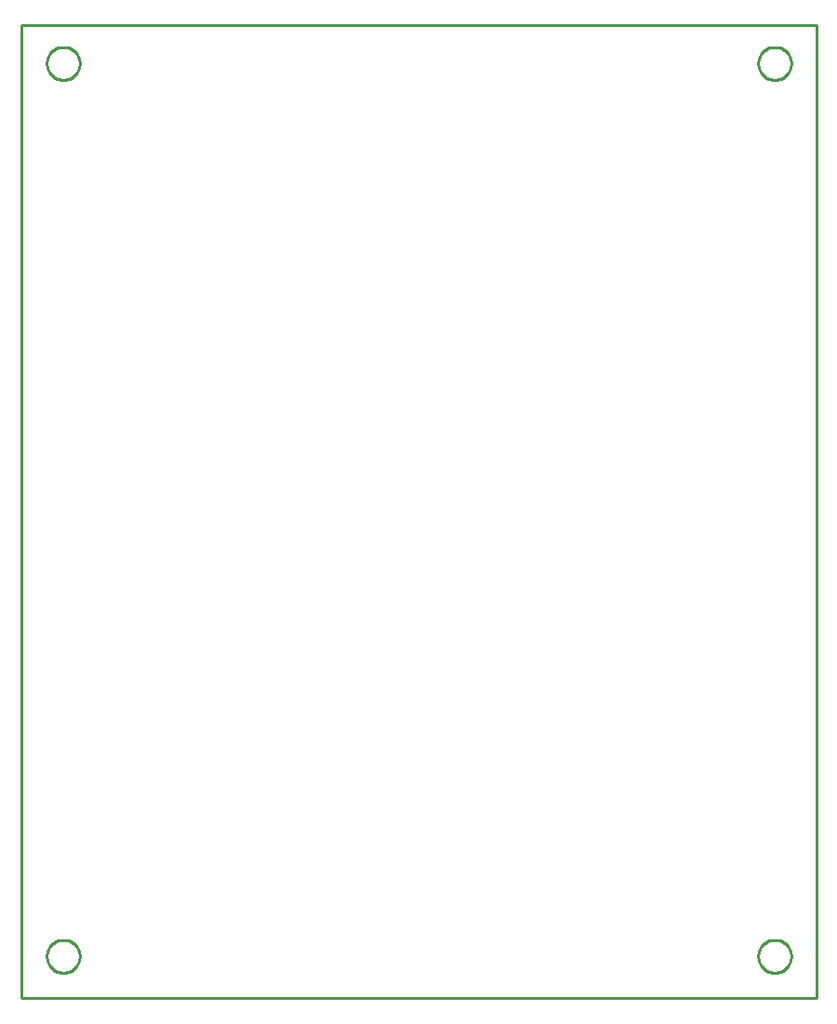
<source format=gbr>
G04 EAGLE Gerber X2 export*
%TF.Part,Single*%
%TF.FileFunction,Profile,NP*%
%TF.FilePolarity,Positive*%
%TF.GenerationSoftware,Autodesk,EAGLE,8.6.3*%
%TF.CreationDate,2018-11-13T19:06:48Z*%
G75*
%MOMM*%
%FSLAX34Y34*%
%LPD*%
%AMOC8*
5,1,8,0,0,1.08239X$1,22.5*%
G01*
%ADD10C,0.254000*%


D10*
X0Y0D02*
X723700Y0D01*
X723700Y885700D01*
X0Y885700D01*
X0Y0D01*
X53100Y37564D02*
X53024Y36496D01*
X52871Y35435D01*
X52643Y34388D01*
X52341Y33360D01*
X51967Y32356D01*
X51522Y31381D01*
X51008Y30441D01*
X50429Y29540D01*
X49787Y28682D01*
X49085Y27872D01*
X48328Y27115D01*
X47518Y26413D01*
X46660Y25771D01*
X45759Y25192D01*
X44819Y24678D01*
X43844Y24233D01*
X42840Y23859D01*
X41812Y23557D01*
X40765Y23329D01*
X39704Y23176D01*
X38636Y23100D01*
X37564Y23100D01*
X36496Y23176D01*
X35435Y23329D01*
X34388Y23557D01*
X33360Y23859D01*
X32356Y24233D01*
X31381Y24678D01*
X30441Y25192D01*
X29540Y25771D01*
X28682Y26413D01*
X27872Y27115D01*
X27115Y27872D01*
X26413Y28682D01*
X25771Y29540D01*
X25192Y30441D01*
X24678Y31381D01*
X24233Y32356D01*
X23859Y33360D01*
X23557Y34388D01*
X23329Y35435D01*
X23176Y36496D01*
X23100Y37564D01*
X23100Y38636D01*
X23176Y39704D01*
X23329Y40765D01*
X23557Y41812D01*
X23859Y42840D01*
X24233Y43844D01*
X24678Y44819D01*
X25192Y45759D01*
X25771Y46660D01*
X26413Y47518D01*
X27115Y48328D01*
X27872Y49085D01*
X28682Y49787D01*
X29540Y50429D01*
X30441Y51008D01*
X31381Y51522D01*
X32356Y51967D01*
X33360Y52341D01*
X34388Y52643D01*
X35435Y52871D01*
X36496Y53024D01*
X37564Y53100D01*
X38636Y53100D01*
X39704Y53024D01*
X40765Y52871D01*
X41812Y52643D01*
X42840Y52341D01*
X43844Y51967D01*
X44819Y51522D01*
X45759Y51008D01*
X46660Y50429D01*
X47518Y49787D01*
X48328Y49085D01*
X49085Y48328D01*
X49787Y47518D01*
X50429Y46660D01*
X51008Y45759D01*
X51522Y44819D01*
X51967Y43844D01*
X52341Y42840D01*
X52643Y41812D01*
X52871Y40765D01*
X53024Y39704D01*
X53100Y38636D01*
X53100Y37564D01*
X700800Y37564D02*
X700724Y36496D01*
X700571Y35435D01*
X700343Y34388D01*
X700041Y33360D01*
X699667Y32356D01*
X699222Y31381D01*
X698708Y30441D01*
X698129Y29540D01*
X697487Y28682D01*
X696785Y27872D01*
X696028Y27115D01*
X695218Y26413D01*
X694360Y25771D01*
X693459Y25192D01*
X692519Y24678D01*
X691544Y24233D01*
X690540Y23859D01*
X689512Y23557D01*
X688465Y23329D01*
X687404Y23176D01*
X686336Y23100D01*
X685264Y23100D01*
X684196Y23176D01*
X683135Y23329D01*
X682088Y23557D01*
X681060Y23859D01*
X680056Y24233D01*
X679081Y24678D01*
X678141Y25192D01*
X677240Y25771D01*
X676382Y26413D01*
X675572Y27115D01*
X674815Y27872D01*
X674113Y28682D01*
X673471Y29540D01*
X672892Y30441D01*
X672378Y31381D01*
X671933Y32356D01*
X671559Y33360D01*
X671257Y34388D01*
X671029Y35435D01*
X670876Y36496D01*
X670800Y37564D01*
X670800Y38636D01*
X670876Y39704D01*
X671029Y40765D01*
X671257Y41812D01*
X671559Y42840D01*
X671933Y43844D01*
X672378Y44819D01*
X672892Y45759D01*
X673471Y46660D01*
X674113Y47518D01*
X674815Y48328D01*
X675572Y49085D01*
X676382Y49787D01*
X677240Y50429D01*
X678141Y51008D01*
X679081Y51522D01*
X680056Y51967D01*
X681060Y52341D01*
X682088Y52643D01*
X683135Y52871D01*
X684196Y53024D01*
X685264Y53100D01*
X686336Y53100D01*
X687404Y53024D01*
X688465Y52871D01*
X689512Y52643D01*
X690540Y52341D01*
X691544Y51967D01*
X692519Y51522D01*
X693459Y51008D01*
X694360Y50429D01*
X695218Y49787D01*
X696028Y49085D01*
X696785Y48328D01*
X697487Y47518D01*
X698129Y46660D01*
X698708Y45759D01*
X699222Y44819D01*
X699667Y43844D01*
X700041Y42840D01*
X700343Y41812D01*
X700571Y40765D01*
X700724Y39704D01*
X700800Y38636D01*
X700800Y37564D01*
X700800Y850364D02*
X700724Y849296D01*
X700571Y848235D01*
X700343Y847188D01*
X700041Y846160D01*
X699667Y845156D01*
X699222Y844181D01*
X698708Y843241D01*
X698129Y842340D01*
X697487Y841482D01*
X696785Y840672D01*
X696028Y839915D01*
X695218Y839213D01*
X694360Y838571D01*
X693459Y837992D01*
X692519Y837478D01*
X691544Y837033D01*
X690540Y836659D01*
X689512Y836357D01*
X688465Y836129D01*
X687404Y835976D01*
X686336Y835900D01*
X685264Y835900D01*
X684196Y835976D01*
X683135Y836129D01*
X682088Y836357D01*
X681060Y836659D01*
X680056Y837033D01*
X679081Y837478D01*
X678141Y837992D01*
X677240Y838571D01*
X676382Y839213D01*
X675572Y839915D01*
X674815Y840672D01*
X674113Y841482D01*
X673471Y842340D01*
X672892Y843241D01*
X672378Y844181D01*
X671933Y845156D01*
X671559Y846160D01*
X671257Y847188D01*
X671029Y848235D01*
X670876Y849296D01*
X670800Y850364D01*
X670800Y851436D01*
X670876Y852504D01*
X671029Y853565D01*
X671257Y854612D01*
X671559Y855640D01*
X671933Y856644D01*
X672378Y857619D01*
X672892Y858559D01*
X673471Y859460D01*
X674113Y860318D01*
X674815Y861128D01*
X675572Y861885D01*
X676382Y862587D01*
X677240Y863229D01*
X678141Y863808D01*
X679081Y864322D01*
X680056Y864767D01*
X681060Y865141D01*
X682088Y865443D01*
X683135Y865671D01*
X684196Y865824D01*
X685264Y865900D01*
X686336Y865900D01*
X687404Y865824D01*
X688465Y865671D01*
X689512Y865443D01*
X690540Y865141D01*
X691544Y864767D01*
X692519Y864322D01*
X693459Y863808D01*
X694360Y863229D01*
X695218Y862587D01*
X696028Y861885D01*
X696785Y861128D01*
X697487Y860318D01*
X698129Y859460D01*
X698708Y858559D01*
X699222Y857619D01*
X699667Y856644D01*
X700041Y855640D01*
X700343Y854612D01*
X700571Y853565D01*
X700724Y852504D01*
X700800Y851436D01*
X700800Y850364D01*
X53100Y850364D02*
X53024Y849296D01*
X52871Y848235D01*
X52643Y847188D01*
X52341Y846160D01*
X51967Y845156D01*
X51522Y844181D01*
X51008Y843241D01*
X50429Y842340D01*
X49787Y841482D01*
X49085Y840672D01*
X48328Y839915D01*
X47518Y839213D01*
X46660Y838571D01*
X45759Y837992D01*
X44819Y837478D01*
X43844Y837033D01*
X42840Y836659D01*
X41812Y836357D01*
X40765Y836129D01*
X39704Y835976D01*
X38636Y835900D01*
X37564Y835900D01*
X36496Y835976D01*
X35435Y836129D01*
X34388Y836357D01*
X33360Y836659D01*
X32356Y837033D01*
X31381Y837478D01*
X30441Y837992D01*
X29540Y838571D01*
X28682Y839213D01*
X27872Y839915D01*
X27115Y840672D01*
X26413Y841482D01*
X25771Y842340D01*
X25192Y843241D01*
X24678Y844181D01*
X24233Y845156D01*
X23859Y846160D01*
X23557Y847188D01*
X23329Y848235D01*
X23176Y849296D01*
X23100Y850364D01*
X23100Y851436D01*
X23176Y852504D01*
X23329Y853565D01*
X23557Y854612D01*
X23859Y855640D01*
X24233Y856644D01*
X24678Y857619D01*
X25192Y858559D01*
X25771Y859460D01*
X26413Y860318D01*
X27115Y861128D01*
X27872Y861885D01*
X28682Y862587D01*
X29540Y863229D01*
X30441Y863808D01*
X31381Y864322D01*
X32356Y864767D01*
X33360Y865141D01*
X34388Y865443D01*
X35435Y865671D01*
X36496Y865824D01*
X37564Y865900D01*
X38636Y865900D01*
X39704Y865824D01*
X40765Y865671D01*
X41812Y865443D01*
X42840Y865141D01*
X43844Y864767D01*
X44819Y864322D01*
X45759Y863808D01*
X46660Y863229D01*
X47518Y862587D01*
X48328Y861885D01*
X49085Y861128D01*
X49787Y860318D01*
X50429Y859460D01*
X51008Y858559D01*
X51522Y857619D01*
X51967Y856644D01*
X52341Y855640D01*
X52643Y854612D01*
X52871Y853565D01*
X53024Y852504D01*
X53100Y851436D01*
X53100Y850364D01*
X53100Y37564D02*
X53024Y36496D01*
X52871Y35435D01*
X52643Y34388D01*
X52341Y33360D01*
X51967Y32356D01*
X51522Y31381D01*
X51008Y30441D01*
X50429Y29540D01*
X49787Y28682D01*
X49085Y27872D01*
X48328Y27115D01*
X47518Y26413D01*
X46660Y25771D01*
X45759Y25192D01*
X44819Y24678D01*
X43844Y24233D01*
X42840Y23859D01*
X41812Y23557D01*
X40765Y23329D01*
X39704Y23176D01*
X38636Y23100D01*
X37564Y23100D01*
X36496Y23176D01*
X35435Y23329D01*
X34388Y23557D01*
X33360Y23859D01*
X32356Y24233D01*
X31381Y24678D01*
X30441Y25192D01*
X29540Y25771D01*
X28682Y26413D01*
X27872Y27115D01*
X27115Y27872D01*
X26413Y28682D01*
X25771Y29540D01*
X25192Y30441D01*
X24678Y31381D01*
X24233Y32356D01*
X23859Y33360D01*
X23557Y34388D01*
X23329Y35435D01*
X23176Y36496D01*
X23100Y37564D01*
X23100Y38636D01*
X23176Y39704D01*
X23329Y40765D01*
X23557Y41812D01*
X23859Y42840D01*
X24233Y43844D01*
X24678Y44819D01*
X25192Y45759D01*
X25771Y46660D01*
X26413Y47518D01*
X27115Y48328D01*
X27872Y49085D01*
X28682Y49787D01*
X29540Y50429D01*
X30441Y51008D01*
X31381Y51522D01*
X32356Y51967D01*
X33360Y52341D01*
X34388Y52643D01*
X35435Y52871D01*
X36496Y53024D01*
X37564Y53100D01*
X38636Y53100D01*
X39704Y53024D01*
X40765Y52871D01*
X41812Y52643D01*
X42840Y52341D01*
X43844Y51967D01*
X44819Y51522D01*
X45759Y51008D01*
X46660Y50429D01*
X47518Y49787D01*
X48328Y49085D01*
X49085Y48328D01*
X49787Y47518D01*
X50429Y46660D01*
X51008Y45759D01*
X51522Y44819D01*
X51967Y43844D01*
X52341Y42840D01*
X52643Y41812D01*
X52871Y40765D01*
X53024Y39704D01*
X53100Y38636D01*
X53100Y37564D01*
X700800Y37564D02*
X700724Y36496D01*
X700571Y35435D01*
X700343Y34388D01*
X700041Y33360D01*
X699667Y32356D01*
X699222Y31381D01*
X698708Y30441D01*
X698129Y29540D01*
X697487Y28682D01*
X696785Y27872D01*
X696028Y27115D01*
X695218Y26413D01*
X694360Y25771D01*
X693459Y25192D01*
X692519Y24678D01*
X691544Y24233D01*
X690540Y23859D01*
X689512Y23557D01*
X688465Y23329D01*
X687404Y23176D01*
X686336Y23100D01*
X685264Y23100D01*
X684196Y23176D01*
X683135Y23329D01*
X682088Y23557D01*
X681060Y23859D01*
X680056Y24233D01*
X679081Y24678D01*
X678141Y25192D01*
X677240Y25771D01*
X676382Y26413D01*
X675572Y27115D01*
X674815Y27872D01*
X674113Y28682D01*
X673471Y29540D01*
X672892Y30441D01*
X672378Y31381D01*
X671933Y32356D01*
X671559Y33360D01*
X671257Y34388D01*
X671029Y35435D01*
X670876Y36496D01*
X670800Y37564D01*
X670800Y38636D01*
X670876Y39704D01*
X671029Y40765D01*
X671257Y41812D01*
X671559Y42840D01*
X671933Y43844D01*
X672378Y44819D01*
X672892Y45759D01*
X673471Y46660D01*
X674113Y47518D01*
X674815Y48328D01*
X675572Y49085D01*
X676382Y49787D01*
X677240Y50429D01*
X678141Y51008D01*
X679081Y51522D01*
X680056Y51967D01*
X681060Y52341D01*
X682088Y52643D01*
X683135Y52871D01*
X684196Y53024D01*
X685264Y53100D01*
X686336Y53100D01*
X687404Y53024D01*
X688465Y52871D01*
X689512Y52643D01*
X690540Y52341D01*
X691544Y51967D01*
X692519Y51522D01*
X693459Y51008D01*
X694360Y50429D01*
X695218Y49787D01*
X696028Y49085D01*
X696785Y48328D01*
X697487Y47518D01*
X698129Y46660D01*
X698708Y45759D01*
X699222Y44819D01*
X699667Y43844D01*
X700041Y42840D01*
X700343Y41812D01*
X700571Y40765D01*
X700724Y39704D01*
X700800Y38636D01*
X700800Y37564D01*
X700800Y850364D02*
X700724Y849296D01*
X700571Y848235D01*
X700343Y847188D01*
X700041Y846160D01*
X699667Y845156D01*
X699222Y844181D01*
X698708Y843241D01*
X698129Y842340D01*
X697487Y841482D01*
X696785Y840672D01*
X696028Y839915D01*
X695218Y839213D01*
X694360Y838571D01*
X693459Y837992D01*
X692519Y837478D01*
X691544Y837033D01*
X690540Y836659D01*
X689512Y836357D01*
X688465Y836129D01*
X687404Y835976D01*
X686336Y835900D01*
X685264Y835900D01*
X684196Y835976D01*
X683135Y836129D01*
X682088Y836357D01*
X681060Y836659D01*
X680056Y837033D01*
X679081Y837478D01*
X678141Y837992D01*
X677240Y838571D01*
X676382Y839213D01*
X675572Y839915D01*
X674815Y840672D01*
X674113Y841482D01*
X673471Y842340D01*
X672892Y843241D01*
X672378Y844181D01*
X671933Y845156D01*
X671559Y846160D01*
X671257Y847188D01*
X671029Y848235D01*
X670876Y849296D01*
X670800Y850364D01*
X670800Y851436D01*
X670876Y852504D01*
X671029Y853565D01*
X671257Y854612D01*
X671559Y855640D01*
X671933Y856644D01*
X672378Y857619D01*
X672892Y858559D01*
X673471Y859460D01*
X674113Y860318D01*
X674815Y861128D01*
X675572Y861885D01*
X676382Y862587D01*
X677240Y863229D01*
X678141Y863808D01*
X679081Y864322D01*
X680056Y864767D01*
X681060Y865141D01*
X682088Y865443D01*
X683135Y865671D01*
X684196Y865824D01*
X685264Y865900D01*
X686336Y865900D01*
X687404Y865824D01*
X688465Y865671D01*
X689512Y865443D01*
X690540Y865141D01*
X691544Y864767D01*
X692519Y864322D01*
X693459Y863808D01*
X694360Y863229D01*
X695218Y862587D01*
X696028Y861885D01*
X696785Y861128D01*
X697487Y860318D01*
X698129Y859460D01*
X698708Y858559D01*
X699222Y857619D01*
X699667Y856644D01*
X700041Y855640D01*
X700343Y854612D01*
X700571Y853565D01*
X700724Y852504D01*
X700800Y851436D01*
X700800Y850364D01*
X53100Y850364D02*
X53024Y849296D01*
X52871Y848235D01*
X52643Y847188D01*
X52341Y846160D01*
X51967Y845156D01*
X51522Y844181D01*
X51008Y843241D01*
X50429Y842340D01*
X49787Y841482D01*
X49085Y840672D01*
X48328Y839915D01*
X47518Y839213D01*
X46660Y838571D01*
X45759Y837992D01*
X44819Y837478D01*
X43844Y837033D01*
X42840Y836659D01*
X41812Y836357D01*
X40765Y836129D01*
X39704Y835976D01*
X38636Y835900D01*
X37564Y835900D01*
X36496Y835976D01*
X35435Y836129D01*
X34388Y836357D01*
X33360Y836659D01*
X32356Y837033D01*
X31381Y837478D01*
X30441Y837992D01*
X29540Y838571D01*
X28682Y839213D01*
X27872Y839915D01*
X27115Y840672D01*
X26413Y841482D01*
X25771Y842340D01*
X25192Y843241D01*
X24678Y844181D01*
X24233Y845156D01*
X23859Y846160D01*
X23557Y847188D01*
X23329Y848235D01*
X23176Y849296D01*
X23100Y850364D01*
X23100Y851436D01*
X23176Y852504D01*
X23329Y853565D01*
X23557Y854612D01*
X23859Y855640D01*
X24233Y856644D01*
X24678Y857619D01*
X25192Y858559D01*
X25771Y859460D01*
X26413Y860318D01*
X27115Y861128D01*
X27872Y861885D01*
X28682Y862587D01*
X29540Y863229D01*
X30441Y863808D01*
X31381Y864322D01*
X32356Y864767D01*
X33360Y865141D01*
X34388Y865443D01*
X35435Y865671D01*
X36496Y865824D01*
X37564Y865900D01*
X38636Y865900D01*
X39704Y865824D01*
X40765Y865671D01*
X41812Y865443D01*
X42840Y865141D01*
X43844Y864767D01*
X44819Y864322D01*
X45759Y863808D01*
X46660Y863229D01*
X47518Y862587D01*
X48328Y861885D01*
X49085Y861128D01*
X49787Y860318D01*
X50429Y859460D01*
X51008Y858559D01*
X51522Y857619D01*
X51967Y856644D01*
X52341Y855640D01*
X52643Y854612D01*
X52871Y853565D01*
X53024Y852504D01*
X53100Y851436D01*
X53100Y850364D01*
M02*

</source>
